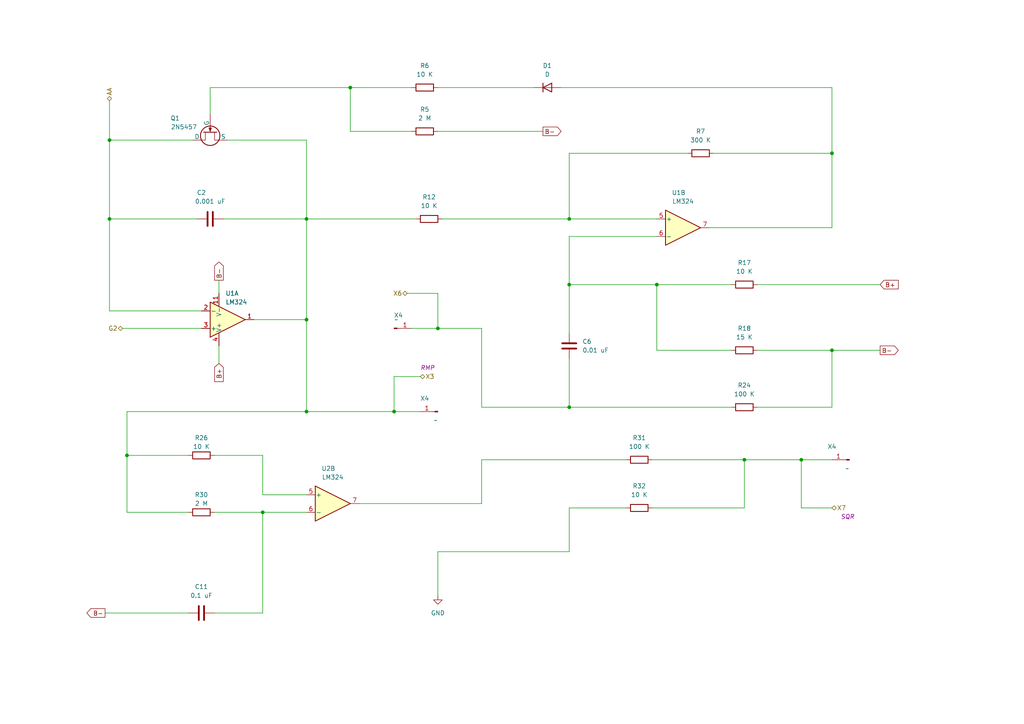
<source format=kicad_sch>
(kicad_sch (version 20230121) (generator eeschema)
  (paper "A4")
  (title_block (title "VCO - Ramp/Square Wave Generator") (rev "0.5") (company "http://musicfromouterspace.com/analogsynth_new/NOISETOASTER/NOISETOASTER.php") (comment 1 "Licence: CC-BY-NC-SA") (comment 2 "Original Design by Ray Wilson") (comment 3 "Music From Outer Space LLC"))
  (lib_symbols
    (symbol "Amplifier_Operational:LM324" (pin_names (offset 0.127))
      (property "Reference" "U" (at 0 5.08 0))
      (property "Value" "LM324" (at 0 -5.08 0))
      (symbol "LM324_1_1"
        (polyline (pts (xy -5.08 5.08) (xy 5.08 0) (xy -5.08 -5.08) (xy -5.08 5.08)) (stroke (width 0.254)) (fill (type background)))
        (pin output line (at 7.62 0 180) (length 2.54) (name "~") (number "1"))
        (pin input line (at -7.62 -2.54 0) (length 2.54) (name "-") (number "2"))
        (pin input line (at -7.62 2.54 0) (length 2.54) (name "+") (number "3"))
      )
      (symbol "LM324_2_1"
        (polyline (pts (xy -5.08 5.08) (xy 5.08 0) (xy -5.08 -5.08) (xy -5.08 5.08)) (stroke (width 0.254)) (fill (type background)))
        (pin input line (at -7.62 2.54 0) (length 2.54) (name "+") (number "5"))
        (pin input line (at -7.62 -2.54 0) (length 2.54) (name "-") (number "6"))
        (pin output line (at 7.62 0 180) (length 2.54) (name "~") (number "7"))
      )
      (symbol "LM324_3_1"
        (polyline (pts (xy -5.08 5.08) (xy 5.08 0) (xy -5.08 -5.08) (xy -5.08 5.08)) (stroke (width 0.254)) (fill (type background)))
        (pin input line (at -7.62 2.54 0) (length 2.54) (name "+") (number "10"))
        (pin output line (at 7.62 0 180) (length 2.54) (name "~") (number "8"))
        (pin input line (at -7.62 -2.54 0) (length 2.54) (name "-") (number "9"))
      )
      (symbol "LM324_4_1"
        (polyline (pts (xy -5.08 5.08) (xy 5.08 0) (xy -5.08 -5.08) (xy -5.08 5.08)) (stroke (width 0.254)) (fill (type background)))
        (pin input line (at -7.62 2.54 0) (length 2.54) (name "+") (number "12"))
        (pin input line (at -7.62 -2.54 0) (length 2.54) (name "-") (number "13"))
        (pin output line (at 7.62 0 180) (length 2.54) (name "~") (number "14"))
      )
      (symbol "LM324_5_1"
        (pin power_in line (at -2.54 -7.62 90) (length 3.81) (name "V-") (number "11"))
        (pin power_in line (at -2.54 7.62 270) (length 3.81) (name "V+") (number "4"))
      )
    )
    (symbol "Connector:Conn_01x01_Pin" (pin_names (offset 1.016) hide)
      (property "Reference" "J" (at 0 2.54 0))
      (property "Value" "Conn_01x01_Pin" (at 0 -2.54 0))
      (symbol "Conn_01x01_Pin_1_1"
        (polyline (pts (xy 1.27 0) (xy 0.8636 0)) (stroke (width 0.1524)))
        (rectangle (start 0.8636 0.127) (end 0 -0.127) (stroke (width 0.1524)) (fill (type outline)))
        (pin passive line (at 5.08 0 180) (length 3.81) (name "Pin_1") (number "1"))
      )
    )
    (symbol "Device:C" (pin_numbers hide) (pin_names (offset 0.254))
      (property "Reference" "C" (at 0.635 2.54 0))
      (property "Value" "C" (at 0.635 -2.54 0))
      (symbol "C_0_1"
        (polyline (pts (xy -2.032 -0.762) (xy 2.032 -0.762)) (stroke (width 0.508)))
        (polyline (pts (xy -2.032 0.762) (xy 2.032 0.762)) (stroke (width 0.508)))
      )
      (symbol "C_1_1"
        (pin passive line (at 0 3.81 270) (length 2.794) (name "~") (number "1"))
        (pin passive line (at 0 -3.81 90) (length 2.794) (name "~") (number "2"))
      )
    )
    (symbol "Device:D" (pin_numbers hide) (pin_names (offset 1.016) hide)
      (property "Reference" "D" (at 0 2.54 0))
      (property "Value" "D" (at 0 -2.54 0))
      (symbol "D_0_1"
        (polyline (pts (xy -1.27 1.27) (xy -1.27 -1.27)) (stroke (width 0.254)))
        (polyline (pts (xy 1.27 0) (xy -1.27 0)))
        (polyline (pts (xy 1.27 1.27) (xy 1.27 -1.27) (xy -1.27 0) (xy 1.27 1.27)) (stroke (width 0.254)))
      )
      (symbol "D_1_1"
        (pin passive line (at -3.81 0 0) (length 2.54) (name "K") (number "1"))
        (pin passive line (at 3.81 0 180) (length 2.54) (name "A") (number "2"))
      )
    )
    (symbol "Device:R" (pin_numbers hide) (pin_names (offset 0))
      (property "Reference" "R" (at 2.032 0 90))
      (property "Value" "R" (at 0 0 90))
      (symbol "R_0_1"
        (rectangle (start -1.016 -2.54) (end 1.016 2.54) (stroke (width 0.254)))
      )
      (symbol "R_1_1"
        (pin passive line (at 0 3.81 270) (length 1.27) (name "~") (number "1"))
        (pin passive line (at 0 -3.81 90) (length 1.27) (name "~") (number "2"))
      )
    )
    (symbol "Simulation_SPICE:NJFET" (pin_numbers hide) (pin_names (offset 0))
      (property "Reference" "Q" (at 5.08 1.27 0))
      (property "Value" "NJFET" (at 5.08 -1.27 0))
      (symbol "NJFET_0_1"
        (polyline (pts (xy 0.254 1.905) (xy 0.254 -1.905) (xy 0.254 -1.905)) (stroke (width 0.254)))
        (polyline (pts (xy 2.54 -2.54) (xy 2.54 -1.27) (xy 0.254 -1.27)))
        (polyline (pts (xy 2.54 2.54) (xy 2.54 1.397) (xy 0.254 1.397)))
        (polyline (pts (xy 0 0) (xy -1.016 0.381) (xy -1.016 -0.381) (xy 0 0)) (fill (type outline)))
        (circle (center 1.27 0) (radius 2.8194) (stroke (width 0.254)))
      )
      (symbol "NJFET_1_1"
        (pin passive line (at 2.54 5.08 270) (length 2.54) (name "D") (number "1"))
        (pin input line (at -5.08 0 0) (length 5.334) (name "G") (number "2"))
        (pin passive line (at 2.54 -5.08 90) (length 2.54) (name "S") (number "3"))
      )
    )
    (symbol "power:GND" (power) (pin_names (offset 0))
      (property "Value" "GND" (at 0 -3.81 0))
      (symbol "GND_0_1"
        (polyline (pts (xy 0 0) (xy 0 -1.27) (xy 1.27 -1.27) (xy 0 -2.54) (xy -1.27 -1.27) (xy 0 -1.27)))
      )
      (symbol "GND_1_1"
        (pin power_in line (at 0 0 270) (length 0) hide (name "GND") (number "1"))
      )
    )
  )
  (junction (at 165.1 118.11))
  (junction (at 190.5 82.55))
  (junction (at 31.75 63.5))
  (junction (at 76.2 148.59))
  (junction (at 114.3 119.38))
  (junction (at 165.1 63.5))
  (junction (at 88.9 119.38))
  (junction (at 165.1 82.55))
  (junction (at 88.9 92.71))
  (junction (at 36.83 132.08))
  (junction (at 241.3 44.45))
  (junction (at 232.41 133.35))
  (junction (at 127 95.25))
  (junction (at 31.75 40.64))
  (junction (at 241.3 101.6))
  (junction (at 101.6 25.4))
  (junction (at 215.9 133.35))
  (junction (at 88.9 63.5))
  (wire (pts (xy 232.41 147.32) (xy 232.41 133.35)))
  (wire (pts (xy 127 95.25) (xy 139.7 95.25)))
  (wire (pts (xy 31.75 29.21) (xy 31.75 40.64)))
  (wire (pts (xy 114.3 119.38) (xy 121.92 119.38)))
  (wire (pts (xy 76.2 132.08) (xy 76.2 143.51)))
  (wire (pts (xy 241.3 101.6) (xy 241.3 118.11)))
  (wire (pts (xy 76.2 148.59) (xy 76.2 177.8)))
  (wire (pts (xy 88.9 92.71) (xy 88.9 119.38)))
  (wire (pts (xy 63.5 100.33) (xy 63.5 105.41)))
  (wire (pts (xy 128.27 63.5) (xy 165.1 63.5)))
  (wire (pts (xy 73.66 92.71) (xy 88.9 92.71)))
  (wire (pts (xy 36.83 119.38) (xy 36.83 132.08)))
  (wire (pts (xy 88.9 63.5) (xy 120.65 63.5)))
  (wire (pts (xy 114.3 109.22) (xy 114.3 119.38)))
  (wire (pts (xy 31.75 63.5) (xy 57.15 63.5)))
  (wire (pts (xy 36.83 132.08) (xy 54.61 132.08)))
  (wire (pts (xy 215.9 133.35) (xy 232.41 133.35)))
  (wire (pts (xy 127 160.02) (xy 127 172.72)))
  (wire (pts (xy 139.7 133.35) (xy 181.61 133.35)))
  (wire (pts (xy 212.09 101.6) (xy 190.5 101.6)))
  (wire (pts (xy 190.5 82.55) (xy 212.09 82.55)))
  (wire (pts (xy 60.96 25.4) (xy 101.6 25.4)))
  (wire (pts (xy 62.23 177.8) (xy 76.2 177.8)))
  (wire (pts (xy 241.3 101.6) (xy 255.27 101.6)))
  (wire (pts (xy 60.96 33.02) (xy 60.96 25.4)))
  (wire (pts (xy 76.2 143.51) (xy 88.9 143.51)))
  (wire (pts (xy 36.83 119.38) (xy 88.9 119.38)))
  (wire (pts (xy 241.3 44.45) (xy 241.3 66.04)))
  (wire (pts (xy 165.1 68.58) (xy 165.1 82.55)))
  (wire (pts (xy 219.71 101.6) (xy 241.3 101.6)))
  (wire (pts (xy 36.83 148.59) (xy 36.83 132.08)))
  (wire (pts (xy 199.39 44.45) (xy 165.1 44.45)))
  (wire (pts (xy 232.41 133.35) (xy 241.3 133.35)))
  (wire (pts (xy 101.6 25.4) (xy 101.6 38.1)))
  (wire (pts (xy 189.23 133.35) (xy 215.9 133.35)))
  (wire (pts (xy 139.7 95.25) (xy 139.7 118.11)))
  (wire (pts (xy 165.1 147.32) (xy 165.1 160.02)))
  (wire (pts (xy 165.1 160.02) (xy 127 160.02)))
  (wire (pts (xy 162.56 25.4) (xy 241.3 25.4)))
  (wire (pts (xy 31.75 40.64) (xy 31.75 63.5)))
  (wire (pts (xy 127 25.4) (xy 154.94 25.4)))
  (wire (pts (xy 241.3 147.32) (xy 232.41 147.32)))
  (wire (pts (xy 88.9 148.59) (xy 76.2 148.59)))
  (wire (pts (xy 165.1 63.5) (xy 190.5 63.5)))
  (wire (pts (xy 30.48 177.8) (xy 54.61 177.8)))
  (wire (pts (xy 121.92 109.22) (xy 114.3 109.22)))
  (wire (pts (xy 88.9 63.5) (xy 88.9 92.71)))
  (wire (pts (xy 205.74 66.04) (xy 241.3 66.04)))
  (wire (pts (xy 127 85.09) (xy 127 95.25)))
  (wire (pts (xy 62.23 148.59) (xy 76.2 148.59)))
  (wire (pts (xy 88.9 119.38) (xy 114.3 119.38)))
  (wire (pts (xy 165.1 82.55) (xy 190.5 82.55)))
  (wire (pts (xy 219.71 118.11) (xy 241.3 118.11)))
  (wire (pts (xy 88.9 40.64) (xy 88.9 63.5)))
  (wire (pts (xy 62.23 132.08) (xy 76.2 132.08)))
  (wire (pts (xy 64.77 63.5) (xy 88.9 63.5)))
  (wire (pts (xy 190.5 82.55) (xy 190.5 101.6)))
  (wire (pts (xy 139.7 118.11) (xy 165.1 118.11)))
  (wire (pts (xy 189.23 147.32) (xy 215.9 147.32)))
  (wire (pts (xy 215.9 133.35) (xy 215.9 147.32)))
  (wire (pts (xy 139.7 146.05) (xy 139.7 133.35)))
  (wire (pts (xy 241.3 25.4) (xy 241.3 44.45)))
  (wire (pts (xy 119.38 38.1) (xy 101.6 38.1)))
  (wire (pts (xy 127 85.09) (xy 118.11 85.09)))
  (wire (pts (xy 35.56 95.25) (xy 58.42 95.25)))
  (wire (pts (xy 190.5 68.58) (xy 165.1 68.58)))
  (wire (pts (xy 165.1 104.14) (xy 165.1 118.11)))
  (wire (pts (xy 54.61 148.59) (xy 36.83 148.59)))
  (wire (pts (xy 31.75 90.17) (xy 58.42 90.17)))
  (wire (pts (xy 165.1 44.45) (xy 165.1 63.5)))
  (wire (pts (xy 181.61 147.32) (xy 165.1 147.32)))
  (wire (pts (xy 219.71 82.55) (xy 255.27 82.55)))
  (wire (pts (xy 66.04 40.64) (xy 88.9 40.64)))
  (wire (pts (xy 63.5 81.28) (xy 63.5 85.09)))
  (wire (pts (xy 241.3 44.45) (xy 207.01 44.45)))
  (wire (pts (xy 101.6 25.4) (xy 119.38 25.4)))
  (wire (pts (xy 31.75 63.5) (xy 31.75 90.17)))
  (wire (pts (xy 119.38 95.25) (xy 127 95.25)))
  (wire (pts (xy 127 38.1) (xy 157.48 38.1)))
  (wire (pts (xy 165.1 118.11) (xy 212.09 118.11)))
  (wire (pts (xy 104.14 146.05) (xy 139.7 146.05)))
  (wire (pts (xy 31.75 40.64) (xy 55.88 40.64)))
  (wire (pts (xy 165.1 82.55) (xy 165.1 96.52)))
  (global_label "B-" (shape output) (at 157.48 38.1 0) (property "Intersheetrefs" "${INTERSHEET_REFS}" (effects hide)))
  (global_label "B-" (shape output) (at 30.48 177.8 180) (property "Intersheetrefs" "${INTERSHEET_REFS}" (effects hide)))
  (global_label "B-" (shape output) (at 63.5 81.28 90) (property "Intersheetrefs" "${INTERSHEET_REFS}" (effects hide)))
  (global_label "B+" (shape input) (at 63.5 105.41 270) (property "Intersheetrefs" "${INTERSHEET_REFS}" (effects hide)))
  (global_label "B+" (shape input) (at 255.27 82.55 0) (property "Intersheetrefs" "${INTERSHEET_REFS}" (effects hide)))
  (global_label "B-" (shape output) (at 255.27 101.6 0) (property "Intersheetrefs" "${INTERSHEET_REFS}" (effects hide)))
  (hierarchical_label "G2" (shape bidirectional) (at 35.56 95.25 180))
  (hierarchical_label "X6" (shape bidirectional) (at 118.11 85.09 180))
  (hierarchical_label "AA" (shape bidirectional) (at 31.75 29.21 90))
  (hierarchical_label "X3" (shape bidirectional) (at 121.92 109.22 0) (property "Bezeichnung" "RMP" (at 121.92 106.68 0) (effects (font italic) (justify left))))
  (hierarchical_label "X7" (shape bidirectional) (at 241.3 147.32 0) (property "Bezeichnung" "SQR" (at 243.84 149.86 0) (effects (font italic) (justify left))))
  (symbol (lib_id "Amplifier_Operational:LM324") (at 96.52 146.05 0) (unit 2)
    (property "Reference" "U2" (at 95.25 135.89 0))
    (property "Value" "LM324" (at 96.52 138.43 0))
    (property "Datasheet" "http://www.ti.com/lit/ds/symlink/lm2902-n.pdf" (effects hide))
  )
  (symbol (lib_id "Connector:Conn_01x01_Pin") (at 246.38 133.35 180) (unit 1)
    (property "Reference" "X4" (at 241.3 129.54 0))
    (property "Value" "~" (at 245.745 135.89 0))
    (instances (project "Noise Toaster PCB" (path "" (reference "X4") (unit 1)) (path "" (reference "X5") (unit 1)) (path "" (reference "X7") (unit 1))))
  )
  (symbol (lib_id "Amplifier_Operational:LM324") (at 198.12 66.04 0) (unit 2)
    (property "Reference" "U1" (at 196.85 55.88 0))
    (property "Value" "LM324" (at 198.12 58.42 0))
    (property "Datasheet" "http://www.ti.com/lit/ds/symlink/lm2902-n.pdf" (effects hide))
  )
  (symbol (lib_id "Device:R") (at 58.42 148.59 90) (unit 1)
    (property "Reference" "R30" (at 58.42 143.51 90))
    (property "Value" "2 M" (at 58.42 146.05 90))
  )
  (symbol (lib_id "Device:R") (at 123.19 25.4 90) (unit 1)
    (property "Reference" "R6" (at 123.19 19.05 90))
    (property "Value" "10 K" (at 123.19 21.59 90))
  )
  (symbol (lib_id "Device:R") (at 215.9 101.6 90) (unit 1)
    (property "Reference" "R18" (at 215.9 95.25 90))
    (property "Value" "15 K" (at 215.9 97.79 90))
  )
  (symbol (lib_id "Device:D") (at 158.75 25.4 0) (unit 1)
    (property "Reference" "D1" (at 158.75 19.05 0))
    (property "Value" "D" (at 158.75 21.59 0))
    (property "Sim.Device" "D" (effects hide))
    (property "Sim.Pins" "1=K 2=A" (effects hide))
  )
  (symbol (lib_id "Device:R") (at 215.9 118.11 90) (unit 1)
    (property "Reference" "R24" (at 215.9 111.76 90))
    (property "Value" "100 K" (at 215.9 114.3 90))
  )
  (symbol (lib_id "Connector:Conn_01x01_Pin") (at 114.3 95.25 0) (unit 1)
    (property "Reference" "X4" (at 115.57 91.44 0))
    (property "Value" "~" (at 114.935 92.71 0))
    (instances (project "Noise Toaster PCB" (path "" (reference "X4") (unit 1)) (path "" (reference "X5") (unit 1)) (path "" (reference "X6") (unit 1))))
  )
  (symbol (lib_id "Device:R") (at 203.2 44.45 90) (unit 1)
    (property "Reference" "R7" (at 203.2 38.1 90))
    (property "Value" "300 K" (at 203.2 40.64 90))
  )
  (symbol (lib_id "power:GND") (at 127 172.72 0) (unit 1)
    (property "Reference" "#PWR04" (effects hide))
    (property "Value" "GND" (at 127 177.8 0))
  )
  (symbol (lib_id "Device:R") (at 185.42 133.35 90) (unit 1)
    (property "Reference" "R31" (at 185.42 127 90))
    (property "Value" "100 K" (at 185.42 129.54 90))
  )
  (symbol (lib_id "Device:R") (at 123.19 38.1 90) (unit 1)
    (property "Reference" "R5" (at 123.19 31.75 90))
    (property "Value" "2 M" (at 123.19 34.29 90))
  )
  (symbol (lib_id "Device:R") (at 58.42 132.08 90) (unit 1)
    (property "Reference" "R26" (at 58.42 127 90))
    (property "Value" "10 K" (at 58.42 129.54 90))
  )
  (symbol (lib_id "Device:C") (at 58.42 177.8 90) (unit 1)
    (property "Reference" "C11" (at 58.42 170.18 90))
    (property "Value" "0.1 uF" (at 58.42 172.72 90))
  )
  (symbol (lib_id "Device:R") (at 185.42 147.32 90) (unit 1)
    (property "Reference" "R32" (at 185.42 140.97 90))
    (property "Value" "10 K" (at 185.42 143.51 90))
  )
  (symbol (lib_id "Device:C") (at 165.1 100.33 180) (unit 1)
    (property "Reference" "C6" (at 168.91 99.06 0) (effects (justify right)))
    (property "Value" "0.01 uF" (at 168.91 101.6 0) (effects (justify right)))
  )
  (symbol (lib_id "Device:C") (at 60.96 63.5 90) (unit 1)
    (property "Reference" "C2" (at 58.42 55.88 90))
    (property "Value" "0.001 uF" (at 60.96 58.42 90))
  )
  (symbol (lib_id "Amplifier_Operational:LM324") (at 66.04 92.71 0) (mirror x) (unit 1)
    (property "Reference" "U1" (at 67.31 85.09 0))
    (property "Value" "LM324" (at 68.58 87.63 0))
    (property "Datasheet" "http://www.ti.com/lit/ds/symlink/lm2902-n.pdf" (effects hide))
  )
  (symbol (lib_id "Device:R") (at 124.46 63.5 90) (unit 1)
    (property "Reference" "R12" (at 124.46 57.15 90))
    (property "Value" "10 K" (at 124.46 59.69 90))
  )
  (symbol (lib_id "Simulation_SPICE:NJFET") (at 60.96 38.1 90) (mirror x) (unit 1)
    (property "Reference" "Q1" (at 50.8 34.29 90))
    (property "Value" "2N5457" (at 53.34 36.83 90))
    (property "Sim.Device" "NJFET" (effects hide))
    (property "Sim.Type" "SHICHMANHODGES" (effects hide))
    (property "Sim.Pins" "1=D 2=G 3=S" (effects hide))
  )
  (symbol (lib_id "Connector:Conn_01x01_Pin") (at 127 119.38 180) (unit 1)
    (property "Reference" "X4" (at 123.19 115.57 0))
    (property "Value" "~" (at 126.365 121.92 0))
    (instances (project "Noise Toaster PCB" (path "" (reference "X4") (unit 1)) (path "" (reference "X5") (unit 1)) (path "" (reference "X3") (unit 1))))
  )
  (symbol (lib_id "Amplifier_Operational:LM324") (at 60.96 92.71 180) (unit 5)
    (property "Reference" "U1" (effects hide))
    (property "Value" "LM324" (effects hide))
    (property "Datasheet" "http://www.ti.com/lit/ds/symlink/lm2902-n.pdf" (effects hide))
  )
  (symbol (lib_id "Device:R") (at 215.9 82.55 90) (unit 1)
    (property "Reference" "R17" (at 215.9 76.2 90))
    (property "Value" "10 K" (at 215.9 78.74 90))
  )
)
</source>
